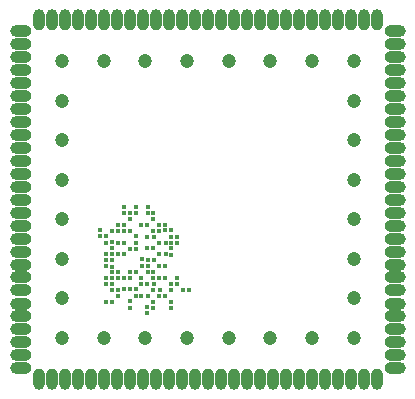
<source format=gbs>
G04*
G04 #@! TF.GenerationSoftware,Altium Limited,Altium Designer,18.1.6 (161)*
G04*
G04 Layer_Color=16711935*
%FSTAX24Y24*%
%MOIN*%
G70*
G01*
G75*
%ADD53R,0.0150X0.0150*%
%ADD59R,0.0150X0.0150*%
%ADD65C,0.0395*%
%ADD97O,0.0395X0.0710*%
%ADD98O,0.0710X0.0395*%
%ADD99C,0.0474*%
D53*
X044601Y028543D02*
D03*
X04481D02*
D03*
X044405Y030694D02*
D03*
X044613D02*
D03*
X044225Y029712D02*
D03*
X044016D02*
D03*
X046176Y030303D02*
D03*
X046385D02*
D03*
X045192Y028334D02*
D03*
X045401D02*
D03*
X045773Y028324D02*
D03*
X045981D02*
D03*
X04518Y030692D02*
D03*
X045389D02*
D03*
X044213Y02813D02*
D03*
X044005D02*
D03*
X045389Y030305D02*
D03*
X045597D02*
D03*
X044404Y0301D02*
D03*
X044613D02*
D03*
X045782Y030693D02*
D03*
X045991D02*
D03*
X045383Y029909D02*
D03*
X045591D02*
D03*
X046778Y028533D02*
D03*
X04657Y028533D02*
D03*
X045979Y030513D02*
D03*
X046188D02*
D03*
X045792Y030496D02*
D03*
X045584D02*
D03*
X044601D02*
D03*
X04481D02*
D03*
X045018Y029116D02*
D03*
X04481D02*
D03*
X044799Y029908D02*
D03*
X045008D02*
D03*
X044415Y030495D02*
D03*
X044207D02*
D03*
X045788Y029712D02*
D03*
X045997D02*
D03*
X045586Y028537D02*
D03*
X045794D02*
D03*
X046176Y030102D02*
D03*
X046385D02*
D03*
X045782Y029318D02*
D03*
X045991D02*
D03*
X045782Y028925D02*
D03*
X045991D02*
D03*
X045609Y029516D02*
D03*
X0454D02*
D03*
X045997Y030102D02*
D03*
X045788D02*
D03*
X045597Y02874D02*
D03*
X045389D02*
D03*
X04481Y028919D02*
D03*
X044601D02*
D03*
X044404Y029711D02*
D03*
X044613D02*
D03*
D59*
X044213Y02892D02*
D03*
Y029129D02*
D03*
X04421Y029932D02*
D03*
Y030141D02*
D03*
X044412Y028537D02*
D03*
Y028328D02*
D03*
X044016Y028931D02*
D03*
Y028722D02*
D03*
X04481Y031096D02*
D03*
Y030887D02*
D03*
X04559Y030882D02*
D03*
Y031091D02*
D03*
X0454Y031293D02*
D03*
Y031084D02*
D03*
X045591Y028919D02*
D03*
Y029127D02*
D03*
X045197Y029544D02*
D03*
Y029336D02*
D03*
X046182Y02793D02*
D03*
Y028139D02*
D03*
X0454Y029318D02*
D03*
Y02911D02*
D03*
X045192Y028931D02*
D03*
Y028722D02*
D03*
X04441Y029127D02*
D03*
Y028919D02*
D03*
X046176Y028533D02*
D03*
Y028741D02*
D03*
X045001Y031293D02*
D03*
Y031084D02*
D03*
X044225Y029307D02*
D03*
Y029515D02*
D03*
X045393Y027743D02*
D03*
Y027952D02*
D03*
X044016Y030316D02*
D03*
Y030107D02*
D03*
X04382Y030321D02*
D03*
Y030529D02*
D03*
X044613Y031293D02*
D03*
Y031084D02*
D03*
X045001Y028542D02*
D03*
Y028334D02*
D03*
X044218Y028734D02*
D03*
Y028525D02*
D03*
X044011Y029519D02*
D03*
Y02931D02*
D03*
X04559Y02793D02*
D03*
Y028139D02*
D03*
X046188Y029706D02*
D03*
Y029915D02*
D03*
X04481Y027935D02*
D03*
Y028143D02*
D03*
X045001Y0301D02*
D03*
Y030309D02*
D03*
X046381Y028722D02*
D03*
Y028931D02*
D03*
D65*
X041775Y03769D02*
D03*
X042208D02*
D03*
X042641D02*
D03*
X043074D02*
D03*
X043507D02*
D03*
X04394D02*
D03*
X044373D02*
D03*
X044806D02*
D03*
X045239D02*
D03*
X045673D02*
D03*
X046106D02*
D03*
X046539D02*
D03*
X046972D02*
D03*
X047405D02*
D03*
X047838D02*
D03*
X048271D02*
D03*
X048704D02*
D03*
X049137D02*
D03*
X04957D02*
D03*
X050003D02*
D03*
X050436D02*
D03*
X050869D02*
D03*
X051302D02*
D03*
X0538Y02591D02*
D03*
X041005D02*
D03*
Y026343D02*
D03*
Y026776D02*
D03*
Y027209D02*
D03*
Y027642D02*
D03*
Y028075D02*
D03*
Y028509D02*
D03*
Y028942D02*
D03*
Y029375D02*
D03*
Y029808D02*
D03*
Y030241D02*
D03*
Y030674D02*
D03*
Y031107D02*
D03*
Y03154D02*
D03*
Y031973D02*
D03*
Y032406D02*
D03*
Y032839D02*
D03*
Y033272D02*
D03*
Y033705D02*
D03*
Y034138D02*
D03*
Y034571D02*
D03*
Y035005D02*
D03*
Y035438D02*
D03*
Y035871D02*
D03*
Y036304D02*
D03*
Y036737D02*
D03*
Y03717D02*
D03*
Y02591D02*
D03*
Y026343D02*
D03*
Y026776D02*
D03*
Y027209D02*
D03*
Y027642D02*
D03*
Y028075D02*
D03*
Y028509D02*
D03*
Y028942D02*
D03*
Y029375D02*
D03*
Y029808D02*
D03*
Y030241D02*
D03*
Y030674D02*
D03*
Y031107D02*
D03*
Y03154D02*
D03*
Y031973D02*
D03*
Y032406D02*
D03*
Y032839D02*
D03*
Y033272D02*
D03*
Y033705D02*
D03*
Y034138D02*
D03*
Y034571D02*
D03*
Y035005D02*
D03*
Y035438D02*
D03*
Y035871D02*
D03*
Y036304D02*
D03*
Y036737D02*
D03*
Y03717D02*
D03*
X053035Y03769D02*
D03*
X052602D02*
D03*
X052169D02*
D03*
X051736D02*
D03*
X0538Y03717D02*
D03*
Y036737D02*
D03*
Y036304D02*
D03*
Y035871D02*
D03*
Y035438D02*
D03*
Y035005D02*
D03*
Y034571D02*
D03*
Y034138D02*
D03*
Y033705D02*
D03*
Y033272D02*
D03*
Y032839D02*
D03*
Y032406D02*
D03*
Y031973D02*
D03*
Y03154D02*
D03*
Y031107D02*
D03*
Y030674D02*
D03*
Y030241D02*
D03*
Y029808D02*
D03*
Y029375D02*
D03*
Y028942D02*
D03*
Y028509D02*
D03*
Y028075D02*
D03*
Y027642D02*
D03*
Y027209D02*
D03*
Y026776D02*
D03*
Y026343D02*
D03*
X045239Y025407D02*
D03*
X045673D02*
D03*
X046106D02*
D03*
X046539D02*
D03*
X046972D02*
D03*
X047405D02*
D03*
X047838D02*
D03*
X048271D02*
D03*
X048704D02*
D03*
X049137D02*
D03*
X04957D02*
D03*
X050003D02*
D03*
X050436D02*
D03*
X050869D02*
D03*
X051302D02*
D03*
X051736D02*
D03*
X052169D02*
D03*
X052602D02*
D03*
X053035D02*
D03*
X044806D02*
D03*
X044373D02*
D03*
X04394D02*
D03*
X043507D02*
D03*
X043074D02*
D03*
X042641D02*
D03*
X042208D02*
D03*
X041775D02*
D03*
D97*
Y025564D02*
D03*
X042208D02*
D03*
X042641D02*
D03*
X043074D02*
D03*
X043507D02*
D03*
X04394D02*
D03*
X044373D02*
D03*
X044806D02*
D03*
X045239D02*
D03*
X045673D02*
D03*
X046106D02*
D03*
X046539D02*
D03*
X046972D02*
D03*
X047405D02*
D03*
X047838D02*
D03*
X048271D02*
D03*
X048704D02*
D03*
X049137D02*
D03*
X04957D02*
D03*
X050003D02*
D03*
X050436D02*
D03*
X050869D02*
D03*
X051302D02*
D03*
X051736D02*
D03*
X052169D02*
D03*
X052602D02*
D03*
X053035D02*
D03*
X053035Y037533D02*
D03*
X052602D02*
D03*
X052169D02*
D03*
X051736D02*
D03*
X051302D02*
D03*
X050869D02*
D03*
X050436D02*
D03*
X050003D02*
D03*
X04957D02*
D03*
X049137D02*
D03*
X048704D02*
D03*
X048271D02*
D03*
X047838D02*
D03*
X047405D02*
D03*
X046972D02*
D03*
X046539D02*
D03*
X046106D02*
D03*
X045673D02*
D03*
X045239D02*
D03*
X044806D02*
D03*
X044373D02*
D03*
X04394D02*
D03*
X043507D02*
D03*
X043074D02*
D03*
X042641D02*
D03*
X042208D02*
D03*
X041775D02*
D03*
D98*
X053643Y02591D02*
D03*
Y026343D02*
D03*
Y026776D02*
D03*
Y027209D02*
D03*
Y027642D02*
D03*
Y028075D02*
D03*
Y028509D02*
D03*
Y028942D02*
D03*
Y029375D02*
D03*
Y029808D02*
D03*
Y030241D02*
D03*
Y030674D02*
D03*
Y031107D02*
D03*
Y03154D02*
D03*
Y031973D02*
D03*
Y032406D02*
D03*
Y032839D02*
D03*
Y033272D02*
D03*
Y033705D02*
D03*
Y034138D02*
D03*
Y034571D02*
D03*
Y035005D02*
D03*
Y035438D02*
D03*
Y035871D02*
D03*
Y036304D02*
D03*
Y036737D02*
D03*
Y037168D02*
D03*
X041162Y03717D02*
D03*
Y036737D02*
D03*
Y036304D02*
D03*
Y035871D02*
D03*
Y035438D02*
D03*
Y035005D02*
D03*
Y034571D02*
D03*
Y034138D02*
D03*
Y033705D02*
D03*
Y033272D02*
D03*
Y032839D02*
D03*
Y032406D02*
D03*
Y031973D02*
D03*
Y03154D02*
D03*
Y031107D02*
D03*
Y030674D02*
D03*
Y030241D02*
D03*
Y029808D02*
D03*
Y029375D02*
D03*
Y028942D02*
D03*
Y026343D02*
D03*
Y02591D02*
D03*
Y027209D02*
D03*
Y026776D02*
D03*
Y028075D02*
D03*
Y027642D02*
D03*
Y028509D02*
D03*
D99*
X04393Y026936D02*
D03*
X04393Y036146D02*
D03*
X045319Y026936D02*
D03*
X045319Y036146D02*
D03*
X049487Y026936D02*
D03*
X049487Y036146D02*
D03*
X050877Y026936D02*
D03*
X050877Y036146D02*
D03*
X04254Y029568D02*
D03*
Y033515D02*
D03*
X052266Y029568D02*
D03*
Y033515D02*
D03*
X04254Y026936D02*
D03*
Y028252D02*
D03*
Y030883D02*
D03*
Y032199D02*
D03*
Y034831D02*
D03*
Y036146D02*
D03*
X046708Y026936D02*
D03*
X046708Y036146D02*
D03*
X048098Y026936D02*
D03*
X048098Y036146D02*
D03*
X052266Y026936D02*
D03*
Y030883D02*
D03*
Y028252D02*
D03*
Y032199D02*
D03*
Y034831D02*
D03*
Y036146D02*
D03*
M02*

</source>
